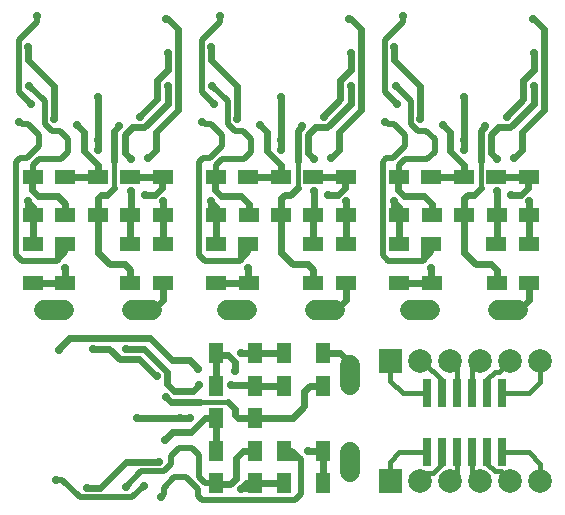
<source format=gbr>
%FSLAX34Y34*%
%MOMM*%
%LNCOPPER_BOTTOM*%
G71*
G01*
%ADD10C, 2.000*%
%ADD11R, 0.800X2.400*%
%ADD12C, 0.400*%
%ADD13C, 0.700*%
%ADD14C, 0.600*%
%ADD15C, 1.700*%
%ADD16R, 1.800X1.300*%
%ADD17C, 0.500*%
%ADD18R, 1.300X1.800*%
%LPD*%
G36*
X345597Y-461325D02*
X365597Y-461325D01*
X365597Y-481325D01*
X345597Y-481325D01*
X345597Y-461325D01*
G37*
X380997Y-471325D02*
G54D10*
D03*
X406397Y-471325D02*
G54D10*
D03*
X431797Y-471325D02*
G54D10*
D03*
X457197Y-471325D02*
G54D10*
D03*
X457197Y-369725D02*
G54D10*
D03*
X431797Y-369725D02*
G54D10*
D03*
X406397Y-369725D02*
G54D10*
D03*
X380997Y-369725D02*
G54D10*
D03*
G36*
X345597Y-359725D02*
X365597Y-359725D01*
X365597Y-379725D01*
X345597Y-379725D01*
X345597Y-359725D01*
G37*
X482597Y-471325D02*
G54D10*
D03*
X482597Y-369725D02*
G54D10*
D03*
X387000Y-397000D02*
G54D11*
D03*
X399700Y-397000D02*
G54D11*
D03*
X412400Y-397000D02*
G54D11*
D03*
X425100Y-397000D02*
G54D11*
D03*
X437800Y-397000D02*
G54D11*
D03*
X450500Y-397000D02*
G54D11*
D03*
X450500Y-447000D02*
G54D11*
D03*
X437800Y-447000D02*
G54D11*
D03*
X425100Y-447000D02*
G54D11*
D03*
X412400Y-447000D02*
G54D11*
D03*
X399700Y-447000D02*
G54D11*
D03*
X387000Y-447000D02*
G54D11*
D03*
G54D12*
X355597Y-369725D02*
X355597Y-386597D01*
X366000Y-397000D01*
X387000Y-397000D01*
G54D12*
X380997Y-369725D02*
X382725Y-369725D01*
X400000Y-387000D01*
X400000Y-396700D01*
X399700Y-397000D01*
G54D12*
X412400Y-397000D02*
X412400Y-375728D01*
X406397Y-369725D01*
G54D12*
X425100Y-397000D02*
X425100Y-376422D01*
X431797Y-369725D01*
G54D12*
X437800Y-397000D02*
X437800Y-385200D01*
X444000Y-379000D01*
X447922Y-379000D01*
X457197Y-369725D01*
G54D12*
X482597Y-369725D02*
X482597Y-387403D01*
X473000Y-397000D01*
X450500Y-397000D01*
G54D12*
X482597Y-471325D02*
X482597Y-456597D01*
X473000Y-447000D01*
X450500Y-447000D01*
G54D12*
X437800Y-447000D02*
X437800Y-456800D01*
X444000Y-463000D01*
X448872Y-463000D01*
X457197Y-471325D01*
G54D12*
X425100Y-447000D02*
X425100Y-464628D01*
X431797Y-471325D01*
G54D12*
X412400Y-447000D02*
X412400Y-465322D01*
X406397Y-471325D01*
G54D12*
X399700Y-447000D02*
X399700Y-457300D01*
X392000Y-465000D01*
X387322Y-465000D01*
X380997Y-471325D01*
G54D12*
X387000Y-447000D02*
X363000Y-447000D01*
X355000Y-455000D01*
X355000Y-470728D01*
X355597Y-471325D01*
X108000Y-146000D02*
G54D13*
D03*
X166000Y-80000D02*
G54D13*
D03*
X167000Y-109000D02*
G54D13*
D03*
X167000Y-137000D02*
G54D13*
D03*
X126000Y-171000D02*
G54D13*
D03*
X90000Y-170000D02*
G54D13*
D03*
X50000Y-137000D02*
G54D13*
D03*
X49000Y-104000D02*
G54D13*
D03*
X56000Y-78000D02*
G54D13*
D03*
G54D14*
X108000Y-149000D02*
X108000Y-183000D01*
G54D15*
X136500Y-326500D02*
X153500Y-326500D01*
G54D15*
X62500Y-326500D02*
X79500Y-326500D01*
X52900Y-213600D02*
G54D16*
D03*
X53000Y-246100D02*
G54D16*
D03*
X80400Y-213600D02*
G54D16*
D03*
X80500Y-246100D02*
G54D16*
D03*
X107900Y-213600D02*
G54D16*
D03*
X108000Y-246100D02*
G54D16*
D03*
X135400Y-213600D02*
G54D16*
D03*
X135500Y-246100D02*
G54D16*
D03*
X162900Y-213600D02*
G54D16*
D03*
X163000Y-246100D02*
G54D16*
D03*
X52900Y-271100D02*
G54D16*
D03*
X53000Y-303600D02*
G54D16*
D03*
X80400Y-271100D02*
G54D16*
D03*
X80500Y-303600D02*
G54D16*
D03*
X135400Y-271100D02*
G54D16*
D03*
X135500Y-303600D02*
G54D16*
D03*
X162900Y-271100D02*
G54D16*
D03*
X163000Y-303600D02*
G54D16*
D03*
G54D14*
X163000Y-318000D02*
X163000Y-303600D01*
G54D14*
X162900Y-271100D02*
X162900Y-246200D01*
X163000Y-246100D01*
G54D14*
X162900Y-213600D02*
X135400Y-213600D01*
G54D14*
X135500Y-246100D02*
X135500Y-271000D01*
X135400Y-271100D01*
G54D14*
X135500Y-303600D02*
X135500Y-292500D01*
X131000Y-288000D01*
X118000Y-288000D01*
X108000Y-278000D01*
X108000Y-246100D01*
G54D14*
X107900Y-213600D02*
X80400Y-213600D01*
G54D14*
X80500Y-246100D02*
X80500Y-236500D01*
X74000Y-230000D01*
X57000Y-230000D01*
X52000Y-225000D01*
X52000Y-214500D01*
X52900Y-213600D01*
G54D14*
X53000Y-246100D02*
X53000Y-271000D01*
X52900Y-271100D01*
G54D14*
X53000Y-303600D02*
X80500Y-303600D01*
G54D14*
X166000Y-80000D02*
X167000Y-80000D01*
X176000Y-89000D01*
X176000Y-157000D01*
X157000Y-176000D01*
X157000Y-191000D01*
X150000Y-198000D01*
X150000Y-198000D02*
G54D13*
D03*
X163000Y-234000D02*
G54D13*
D03*
G54D14*
X163000Y-234000D02*
X163000Y-246100D01*
G54D14*
X167000Y-109000D02*
X167000Y-123000D01*
X158000Y-132000D01*
X158000Y-148000D01*
X144000Y-162000D01*
G54D14*
X126000Y-171000D02*
X122000Y-175000D01*
X122000Y-200000D01*
X136000Y-226000D02*
G54D13*
D03*
G54D14*
X136000Y-246000D02*
X136000Y-226000D01*
X136000Y-199000D02*
G54D13*
D03*
X144000Y-163000D02*
G54D13*
D03*
X148000Y-229000D02*
G54D13*
D03*
G54D14*
X148000Y-229000D02*
X156000Y-229000D01*
X162000Y-223000D01*
X162000Y-214500D01*
X162900Y-213600D01*
G54D17*
X80400Y-271100D02*
X80400Y-277600D01*
X73000Y-285000D01*
X44000Y-285000D01*
X39000Y-280000D01*
X39000Y-201000D01*
X42000Y-198000D01*
G54D17*
X42000Y-198000D02*
X48000Y-198000D01*
X58000Y-188000D01*
X58000Y-178000D01*
X49000Y-169000D01*
X44000Y-169000D01*
X41000Y-167000D01*
G54D17*
X52900Y-213600D02*
X52900Y-204100D01*
X58000Y-199000D01*
X77000Y-199000D01*
X83000Y-193000D01*
X83000Y-182000D01*
X76000Y-175000D01*
X69000Y-175000D01*
X63000Y-169000D01*
X63000Y-150000D01*
X50000Y-137000D01*
X48500Y-234000D02*
G54D13*
D03*
G54D14*
X48000Y-234000D02*
X53000Y-239000D01*
X53000Y-246100D01*
X71000Y-165000D02*
G54D13*
D03*
X41000Y-167000D02*
G54D13*
D03*
G54D14*
X71000Y-165000D02*
X71000Y-137000D01*
X49000Y-115000D01*
X49000Y-104000D01*
G54D17*
X56000Y-78000D02*
X56000Y-83000D01*
X41000Y-98000D01*
X41000Y-142000D01*
X51000Y-152000D01*
X80000Y-291000D02*
G54D13*
D03*
G54D14*
X80000Y-291000D02*
X80000Y-303100D01*
X80500Y-303600D01*
X51000Y-152000D02*
G54D13*
D03*
X108000Y-183000D02*
G54D13*
D03*
X108000Y-191000D02*
G54D13*
D03*
G54D14*
X108000Y-183000D02*
X108000Y-191000D01*
G54D14*
X107900Y-213600D02*
X107900Y-203900D01*
X96000Y-192000D01*
X96000Y-176000D01*
X90000Y-170000D01*
G54D14*
X167000Y-137000D02*
X167000Y-152000D01*
X147000Y-172000D01*
X137000Y-172000D01*
X131000Y-178000D01*
X131000Y-194000D01*
X136000Y-199000D01*
G54D14*
X108000Y-246100D02*
X108000Y-232000D01*
X111000Y-229000D01*
X116000Y-229000D01*
X122000Y-223000D01*
G54D12*
X122000Y-223000D02*
X122000Y-200000D01*
G54D12*
X48000Y-234000D02*
X48000Y-240000D01*
X50000Y-242000D01*
G54D17*
X74000Y-275000D02*
X74000Y-284000D01*
X73000Y-285000D01*
G54D17*
X77000Y-274000D02*
X77000Y-278000D01*
G54D14*
X145000Y-326500D02*
X154500Y-326500D01*
X163000Y-318000D01*
X263000Y-146000D02*
G54D13*
D03*
X321000Y-80000D02*
G54D13*
D03*
X322000Y-109000D02*
G54D13*
D03*
X322000Y-137000D02*
G54D13*
D03*
X281000Y-171000D02*
G54D13*
D03*
X245000Y-170000D02*
G54D13*
D03*
X205000Y-137000D02*
G54D13*
D03*
X204000Y-104000D02*
G54D13*
D03*
X211000Y-78000D02*
G54D13*
D03*
G54D14*
X263000Y-149000D02*
X263000Y-183000D01*
G54D15*
X291500Y-326500D02*
X308500Y-326500D01*
G54D15*
X217500Y-326500D02*
X234500Y-326500D01*
X207900Y-213600D02*
G54D16*
D03*
X208000Y-246100D02*
G54D16*
D03*
X235400Y-213600D02*
G54D16*
D03*
X235500Y-246100D02*
G54D16*
D03*
X262900Y-213600D02*
G54D16*
D03*
X263000Y-246100D02*
G54D16*
D03*
X290400Y-213600D02*
G54D16*
D03*
X290500Y-246100D02*
G54D16*
D03*
X317900Y-213600D02*
G54D16*
D03*
X318000Y-246100D02*
G54D16*
D03*
X207900Y-271100D02*
G54D16*
D03*
X208000Y-303600D02*
G54D16*
D03*
X235400Y-271100D02*
G54D16*
D03*
X235500Y-303600D02*
G54D16*
D03*
X290400Y-271100D02*
G54D16*
D03*
X290500Y-303600D02*
G54D16*
D03*
X317900Y-271100D02*
G54D16*
D03*
X318000Y-303600D02*
G54D16*
D03*
G54D14*
X318000Y-318000D02*
X318000Y-303600D01*
G54D14*
X317900Y-271100D02*
X317900Y-246200D01*
X318000Y-246100D01*
G54D14*
X317900Y-213600D02*
X290400Y-213600D01*
G54D14*
X290500Y-246100D02*
X290500Y-271000D01*
X290400Y-271100D01*
G54D14*
X290500Y-303600D02*
X290500Y-292500D01*
X286000Y-288000D01*
X273000Y-288000D01*
X263000Y-278000D01*
X263000Y-246100D01*
G54D14*
X262900Y-213600D02*
X235400Y-213600D01*
G54D14*
X235500Y-246100D02*
X235500Y-236500D01*
X229000Y-230000D01*
X212000Y-230000D01*
X207000Y-225000D01*
X207000Y-214500D01*
X207900Y-213600D01*
G54D14*
X208000Y-246100D02*
X208000Y-271000D01*
X207900Y-271100D01*
G54D14*
X208000Y-303600D02*
X235500Y-303600D01*
G54D14*
X321000Y-80000D02*
X322000Y-80000D01*
X331000Y-89000D01*
X331000Y-157000D01*
X312000Y-176000D01*
X312000Y-191000D01*
X305000Y-198000D01*
X305000Y-198000D02*
G54D13*
D03*
X318000Y-234000D02*
G54D13*
D03*
G54D14*
X318000Y-234000D02*
X318000Y-246100D01*
G54D14*
X322000Y-109000D02*
X322000Y-123000D01*
X313000Y-132000D01*
X313000Y-148000D01*
X299000Y-162000D01*
G54D14*
X281000Y-171000D02*
X277000Y-175000D01*
X277000Y-200000D01*
X291000Y-226000D02*
G54D13*
D03*
G54D14*
X291000Y-246000D02*
X291000Y-226000D01*
X291000Y-199000D02*
G54D13*
D03*
X299000Y-163000D02*
G54D13*
D03*
X303000Y-229000D02*
G54D13*
D03*
G54D14*
X303000Y-229000D02*
X311000Y-229000D01*
X317000Y-223000D01*
X317000Y-214500D01*
X317900Y-213600D01*
G54D17*
X235400Y-271100D02*
X235400Y-277600D01*
X228000Y-285000D01*
X199000Y-285000D01*
X194000Y-280000D01*
X194000Y-201000D01*
X197000Y-198000D01*
G54D17*
X197000Y-198000D02*
X203000Y-198000D01*
X213000Y-188000D01*
X213000Y-178000D01*
X204000Y-169000D01*
X199000Y-169000D01*
X196000Y-167000D01*
G54D17*
X207900Y-213600D02*
X207900Y-204100D01*
X213000Y-199000D01*
X232000Y-199000D01*
X238000Y-193000D01*
X238000Y-182000D01*
X231000Y-175000D01*
X224000Y-175000D01*
X218000Y-169000D01*
X218000Y-150000D01*
X205000Y-137000D01*
X203500Y-234000D02*
G54D13*
D03*
G54D14*
X203000Y-234000D02*
X208000Y-239000D01*
X208000Y-246100D01*
X226000Y-165000D02*
G54D13*
D03*
X196000Y-167000D02*
G54D13*
D03*
G54D14*
X226000Y-165000D02*
X226000Y-137000D01*
X204000Y-115000D01*
X204000Y-104000D01*
G54D17*
X211000Y-78000D02*
X211000Y-83000D01*
X196000Y-98000D01*
X196000Y-142000D01*
X206000Y-152000D01*
X235000Y-291000D02*
G54D13*
D03*
G54D14*
X235000Y-291000D02*
X235000Y-303100D01*
X235500Y-303600D01*
X206000Y-152000D02*
G54D13*
D03*
X263000Y-183000D02*
G54D13*
D03*
X263000Y-191000D02*
G54D13*
D03*
G54D14*
X263000Y-183000D02*
X263000Y-191000D01*
G54D14*
X262900Y-213600D02*
X262900Y-203900D01*
X251000Y-192000D01*
X251000Y-176000D01*
X245000Y-170000D01*
G54D14*
X322000Y-137000D02*
X322000Y-152000D01*
X302000Y-172000D01*
X292000Y-172000D01*
X286000Y-178000D01*
X286000Y-194000D01*
X291000Y-199000D01*
G54D14*
X263000Y-246100D02*
X263000Y-232000D01*
X266000Y-229000D01*
X271000Y-229000D01*
X277000Y-223000D01*
G54D12*
X277000Y-223000D02*
X277000Y-200000D01*
G54D12*
X203000Y-234000D02*
X203000Y-240000D01*
X205000Y-242000D01*
G54D17*
X229000Y-275000D02*
X229000Y-284000D01*
X228000Y-285000D01*
G54D17*
X232000Y-274000D02*
X232000Y-278000D01*
G54D14*
X300000Y-326500D02*
X309500Y-326500D01*
X318000Y-318000D01*
X418000Y-146000D02*
G54D13*
D03*
X476000Y-80000D02*
G54D13*
D03*
X477000Y-109000D02*
G54D13*
D03*
X477000Y-137000D02*
G54D13*
D03*
X436000Y-171000D02*
G54D13*
D03*
X400000Y-170000D02*
G54D13*
D03*
X360000Y-137000D02*
G54D13*
D03*
X359000Y-104000D02*
G54D13*
D03*
X366000Y-78000D02*
G54D13*
D03*
G54D14*
X418000Y-149000D02*
X418000Y-183000D01*
G54D15*
X446500Y-326500D02*
X463500Y-326500D01*
G54D15*
X372500Y-326500D02*
X389500Y-326500D01*
X362900Y-213600D02*
G54D16*
D03*
X363000Y-246100D02*
G54D16*
D03*
X390400Y-213600D02*
G54D16*
D03*
X390500Y-246100D02*
G54D16*
D03*
X417900Y-213600D02*
G54D16*
D03*
X418000Y-246100D02*
G54D16*
D03*
X445400Y-213600D02*
G54D16*
D03*
X445500Y-246100D02*
G54D16*
D03*
X472900Y-213600D02*
G54D16*
D03*
X473000Y-246100D02*
G54D16*
D03*
X362900Y-271100D02*
G54D16*
D03*
X363000Y-303600D02*
G54D16*
D03*
X390400Y-271100D02*
G54D16*
D03*
X390500Y-303600D02*
G54D16*
D03*
X445400Y-271100D02*
G54D16*
D03*
X445500Y-303600D02*
G54D16*
D03*
X472900Y-271100D02*
G54D16*
D03*
X473000Y-303600D02*
G54D16*
D03*
G54D14*
X473000Y-318000D02*
X473000Y-303600D01*
G54D14*
X472900Y-271100D02*
X472900Y-246200D01*
X473000Y-246100D01*
G54D14*
X472900Y-213600D02*
X445400Y-213600D01*
G54D14*
X445500Y-246100D02*
X445500Y-271000D01*
X445400Y-271100D01*
G54D14*
X445500Y-303600D02*
X445500Y-292500D01*
X441000Y-288000D01*
X428000Y-288000D01*
X418000Y-278000D01*
X418000Y-246100D01*
G54D14*
X417900Y-213600D02*
X390400Y-213600D01*
G54D14*
X390500Y-246100D02*
X390500Y-236500D01*
X384000Y-230000D01*
X367000Y-230000D01*
X362000Y-225000D01*
X362000Y-214500D01*
X362900Y-213600D01*
G54D14*
X363000Y-246100D02*
X363000Y-271000D01*
X362900Y-271100D01*
G54D14*
X363000Y-303600D02*
X390500Y-303600D01*
G54D14*
X476000Y-80000D02*
X477000Y-80000D01*
X486000Y-89000D01*
X486000Y-157000D01*
X467000Y-176000D01*
X467000Y-191000D01*
X460000Y-198000D01*
X460000Y-198000D02*
G54D13*
D03*
X473000Y-234000D02*
G54D13*
D03*
G54D14*
X473000Y-234000D02*
X473000Y-246100D01*
G54D14*
X477000Y-109000D02*
X477000Y-123000D01*
X468000Y-132000D01*
X468000Y-148000D01*
X454000Y-162000D01*
G54D14*
X436000Y-171000D02*
X432000Y-175000D01*
X432000Y-200000D01*
X446000Y-226000D02*
G54D13*
D03*
G54D14*
X446000Y-246000D02*
X446000Y-226000D01*
X446000Y-199000D02*
G54D13*
D03*
X454000Y-163000D02*
G54D13*
D03*
X458000Y-229000D02*
G54D13*
D03*
G54D14*
X458000Y-229000D02*
X466000Y-229000D01*
X472000Y-223000D01*
X472000Y-214500D01*
X472900Y-213600D01*
G54D17*
X390400Y-271100D02*
X390400Y-277600D01*
X383000Y-285000D01*
X354000Y-285000D01*
X349000Y-280000D01*
X349000Y-201000D01*
X352000Y-198000D01*
G54D17*
X352000Y-198000D02*
X358000Y-198000D01*
X368000Y-188000D01*
X368000Y-178000D01*
X359000Y-169000D01*
X354000Y-169000D01*
X351000Y-167000D01*
G54D17*
X362900Y-213600D02*
X362900Y-204100D01*
X368000Y-199000D01*
X387000Y-199000D01*
X393000Y-193000D01*
X393000Y-182000D01*
X386000Y-175000D01*
X379000Y-175000D01*
X373000Y-169000D01*
X373000Y-150000D01*
X360000Y-137000D01*
X358500Y-234000D02*
G54D13*
D03*
G54D14*
X358000Y-234000D02*
X363000Y-239000D01*
X363000Y-246100D01*
X381000Y-165000D02*
G54D13*
D03*
X351000Y-167000D02*
G54D13*
D03*
G54D14*
X381000Y-165000D02*
X381000Y-137000D01*
X359000Y-115000D01*
X359000Y-104000D01*
G54D17*
X366000Y-78000D02*
X366000Y-83000D01*
X351000Y-98000D01*
X351000Y-142000D01*
X361000Y-152000D01*
X390000Y-291000D02*
G54D13*
D03*
G54D14*
X390000Y-291000D02*
X390000Y-303100D01*
X390500Y-303600D01*
X361000Y-152000D02*
G54D13*
D03*
X418000Y-183000D02*
G54D13*
D03*
X418000Y-191000D02*
G54D13*
D03*
G54D14*
X418000Y-183000D02*
X418000Y-191000D01*
G54D14*
X417900Y-213600D02*
X417900Y-203900D01*
X406000Y-192000D01*
X406000Y-176000D01*
X400000Y-170000D01*
G54D14*
X477000Y-137000D02*
X477000Y-152000D01*
X457000Y-172000D01*
X447000Y-172000D01*
X441000Y-178000D01*
X441000Y-194000D01*
X446000Y-199000D01*
G54D14*
X418000Y-246100D02*
X418000Y-232000D01*
X421000Y-229000D01*
X426000Y-229000D01*
X432000Y-223000D01*
G54D12*
X432000Y-223000D02*
X432000Y-200000D01*
G54D12*
X358000Y-234000D02*
X358000Y-240000D01*
X360000Y-242000D01*
G54D17*
X384000Y-275000D02*
X384000Y-284000D01*
X383000Y-285000D01*
G54D17*
X387000Y-274000D02*
X387000Y-278000D01*
G54D14*
X455000Y-326500D02*
X464500Y-326500D01*
X473000Y-318000D01*
X140750Y-418250D02*
G54D13*
D03*
X74750Y-360250D02*
G54D13*
D03*
X103750Y-359250D02*
G54D13*
D03*
X131750Y-359250D02*
G54D13*
D03*
X165750Y-400250D02*
G54D13*
D03*
X164750Y-436250D02*
G54D13*
D03*
X131750Y-476250D02*
G54D13*
D03*
X98750Y-477250D02*
G54D13*
D03*
X72750Y-470250D02*
G54D13*
D03*
G54D14*
X143750Y-418250D02*
X177750Y-418250D01*
G54D15*
X321250Y-389750D02*
X321250Y-372750D01*
G54D15*
X321250Y-463750D02*
X321250Y-446750D01*
X208350Y-473350D02*
G54D18*
D03*
X240850Y-473250D02*
G54D18*
D03*
X208350Y-445850D02*
G54D18*
D03*
X240850Y-445750D02*
G54D18*
D03*
X208350Y-418350D02*
G54D18*
D03*
X240850Y-418250D02*
G54D18*
D03*
X208350Y-390850D02*
G54D18*
D03*
X240850Y-390750D02*
G54D18*
D03*
X208350Y-363350D02*
G54D18*
D03*
X240850Y-363250D02*
G54D18*
D03*
X265850Y-473350D02*
G54D18*
D03*
X298350Y-473250D02*
G54D18*
D03*
X265850Y-445850D02*
G54D18*
D03*
X298350Y-445750D02*
G54D18*
D03*
X265850Y-390850D02*
G54D18*
D03*
X298350Y-390750D02*
G54D18*
D03*
X265850Y-363350D02*
G54D18*
D03*
X298350Y-363250D02*
G54D18*
D03*
G54D14*
X312750Y-363250D02*
X298350Y-363250D01*
G54D14*
X265850Y-363350D02*
X240950Y-363350D01*
X240850Y-363250D01*
G54D14*
X208350Y-363350D02*
X208350Y-390850D01*
G54D14*
X240850Y-390750D02*
X265750Y-390750D01*
X265850Y-390850D01*
G54D14*
X298350Y-390750D02*
X287250Y-390750D01*
X282750Y-395250D01*
X282750Y-408250D01*
X272750Y-418250D01*
X240850Y-418250D01*
G54D14*
X208350Y-418350D02*
X208350Y-445850D01*
G54D14*
X240850Y-445750D02*
X231250Y-445750D01*
X224750Y-452250D01*
X224750Y-469250D01*
X219750Y-474250D01*
X209250Y-474250D01*
X208350Y-473350D01*
G54D14*
X240850Y-473250D02*
X265750Y-473250D01*
X265850Y-473350D01*
G54D14*
X298350Y-473250D02*
X298350Y-445750D01*
G54D14*
X74750Y-360250D02*
X74750Y-359250D01*
X83750Y-350250D01*
X151750Y-350250D01*
X170750Y-369250D01*
X185750Y-369250D01*
X192750Y-376250D01*
X192750Y-376250D02*
G54D13*
D03*
X228750Y-363250D02*
G54D13*
D03*
G54D14*
X228750Y-363250D02*
X240850Y-363250D01*
G54D14*
X103750Y-359250D02*
X117750Y-359250D01*
X126750Y-368250D01*
X142750Y-368250D01*
X156750Y-382250D01*
G54D14*
X165750Y-400250D02*
X169750Y-404250D01*
X194750Y-404250D01*
X220750Y-390250D02*
G54D13*
D03*
G54D14*
X240750Y-390250D02*
X220750Y-390250D01*
X193750Y-390250D02*
G54D13*
D03*
X157750Y-382250D02*
G54D13*
D03*
X223750Y-378250D02*
G54D13*
D03*
G54D14*
X223750Y-378250D02*
X223750Y-370250D01*
X217750Y-364250D01*
X209250Y-364250D01*
X208350Y-363350D01*
G54D17*
X265850Y-445850D02*
X272350Y-445850D01*
X279750Y-453250D01*
X279750Y-482250D01*
X274750Y-487250D01*
X195750Y-487250D01*
X192750Y-484250D01*
G54D17*
X192750Y-484250D02*
X192750Y-478250D01*
X182750Y-468250D01*
X172750Y-468250D01*
X163750Y-477250D01*
X163750Y-482250D01*
X161750Y-485250D01*
G54D17*
X208350Y-473350D02*
X198850Y-473350D01*
X193750Y-468250D01*
X193750Y-449250D01*
X187750Y-443250D01*
X176750Y-443250D01*
X169750Y-450250D01*
X169750Y-457250D01*
X163750Y-463250D01*
X144750Y-463250D01*
X131750Y-476250D01*
X228750Y-477750D02*
G54D13*
D03*
G54D14*
X228750Y-478250D02*
X233750Y-473250D01*
X240850Y-473250D01*
X159750Y-455250D02*
G54D13*
D03*
X161750Y-485250D02*
G54D13*
D03*
G54D14*
X159750Y-455250D02*
X131750Y-455250D01*
X109750Y-477250D01*
X98750Y-477250D01*
G54D17*
X72750Y-470250D02*
X77750Y-470250D01*
X92750Y-485250D01*
X136750Y-485250D01*
X146750Y-475250D01*
X285750Y-446250D02*
G54D13*
D03*
G54D14*
X285750Y-446250D02*
X297850Y-446250D01*
X298350Y-445750D01*
X146750Y-475250D02*
G54D13*
D03*
X177750Y-418250D02*
G54D13*
D03*
X185750Y-418250D02*
G54D13*
D03*
G54D14*
X177750Y-418250D02*
X185750Y-418250D01*
G54D14*
X208350Y-418350D02*
X198650Y-418350D01*
X186750Y-430250D01*
X170750Y-430250D01*
X164750Y-436250D01*
G54D14*
X131750Y-359250D02*
X146750Y-359250D01*
X166750Y-379250D01*
X166750Y-389250D01*
X172750Y-395250D01*
X188750Y-395250D01*
X193750Y-390250D01*
G54D14*
X240850Y-418250D02*
X226750Y-418250D01*
X223750Y-415250D01*
X223750Y-410250D01*
X217750Y-404250D01*
G54D12*
X217750Y-404250D02*
X194750Y-404250D01*
G54D12*
X228750Y-478250D02*
X234750Y-478250D01*
X236750Y-476250D01*
G54D17*
X269750Y-452250D02*
X278750Y-452250D01*
X279750Y-453250D01*
G54D17*
X268750Y-449250D02*
X272750Y-449250D01*
G54D14*
X321250Y-381250D02*
X321250Y-371750D01*
X312750Y-363250D01*
M02*

</source>
